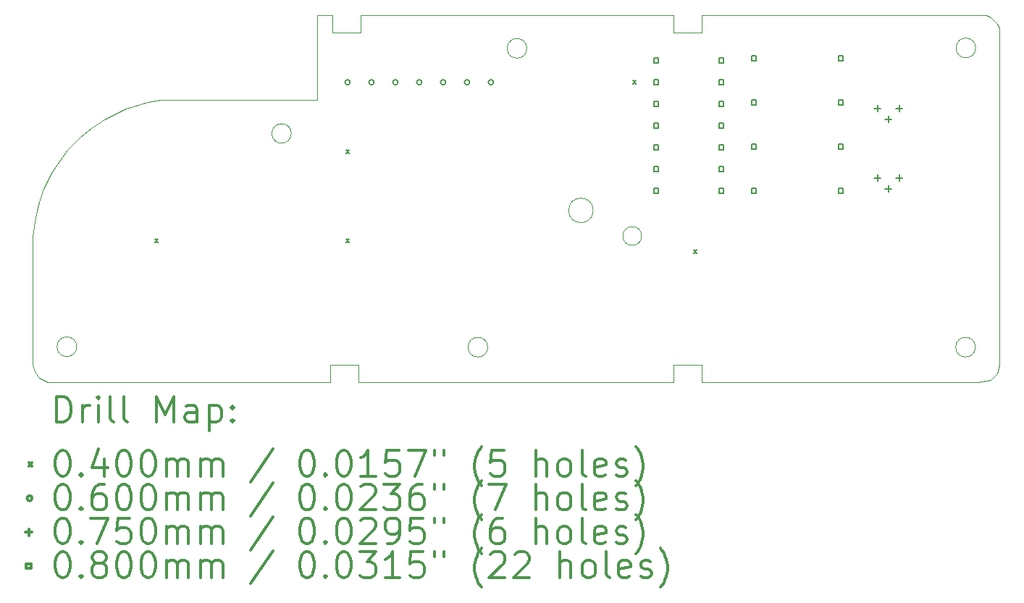
<source format=gbr>
%FSLAX45Y45*%
G04 Gerber Fmt 4.5, Leading zero omitted, Abs format (unit mm)*
G04 Created by KiCad (PCBNEW (5.1.10)-1) date 2021-06-16 14:50:18*
%MOMM*%
%LPD*%
G01*
G04 APERTURE LIST*
%TA.AperFunction,Profile*%
%ADD10C,0.100000*%
%TD*%
%ADD11C,0.200000*%
%ADD12C,0.300000*%
G04 APERTURE END LIST*
D10*
X12268200Y-11506200D02*
X12268200Y-11303000D01*
X16611600Y-11303000D02*
X16611600Y-11506200D01*
X16281400Y-11506200D02*
X16281400Y-11303000D01*
X12293600Y-7416800D02*
X12623800Y-7416800D01*
X16281400Y-7213600D02*
X16281400Y-7264400D01*
X16230600Y-7213600D02*
X16281400Y-7213600D01*
X16281400Y-7391400D02*
X16281400Y-7416800D01*
X16306800Y-7416800D02*
X16281400Y-7416800D01*
X16611600Y-7416800D02*
X16586200Y-7416800D01*
X16611600Y-7391400D02*
X16611600Y-7416800D01*
X16611600Y-7213600D02*
X16662400Y-7213600D01*
X16611600Y-7264400D02*
X16611600Y-7213600D01*
X12623800Y-7213600D02*
X12674600Y-7213600D01*
X12623800Y-7416800D02*
X12623800Y-7213600D01*
X12293600Y-7213600D02*
X12293600Y-7416800D01*
X12115800Y-7213600D02*
X12293600Y-7213600D01*
X12115800Y-7264400D02*
X12115800Y-7213600D01*
X9880600Y-8305800D02*
X10134600Y-8229600D01*
X9626600Y-8432800D02*
X9880600Y-8305800D01*
X10134600Y-8229600D02*
X10287000Y-8204200D01*
X9474200Y-8534400D02*
X9626600Y-8432800D01*
X9347200Y-8636000D02*
X9474200Y-8534400D01*
X9271000Y-8712200D02*
X9347200Y-8636000D01*
X9194800Y-8788400D02*
X9271000Y-8712200D01*
X9017000Y-9042400D02*
X9194800Y-8788400D01*
X8966200Y-9144000D02*
X9017000Y-9042400D01*
X8915400Y-9245600D02*
X8966200Y-9144000D01*
X8864600Y-9398000D02*
X8915400Y-9245600D01*
X8839200Y-9499600D02*
X8864600Y-9398000D01*
X8813800Y-9626600D02*
X8839200Y-9499600D01*
X8788400Y-9804400D02*
X8813800Y-9626600D01*
X8788400Y-10337800D02*
X8788400Y-9804400D01*
X12598400Y-11303000D02*
X12598400Y-11506200D01*
X16281400Y-11303000D02*
X16611600Y-11303000D01*
X16662400Y-7213600D02*
X19939000Y-7213600D01*
X16611600Y-7391400D02*
X16611600Y-7264400D01*
X16306800Y-7416800D02*
X16586200Y-7416800D01*
X16281400Y-7264400D02*
X16281400Y-7391400D01*
X12674600Y-7213600D02*
X16230600Y-7213600D01*
X12115800Y-8204200D02*
X12115800Y-7264400D01*
X8864600Y-11455400D02*
X8966200Y-11506200D01*
X8813800Y-11379200D02*
X8864600Y-11455400D01*
X8788400Y-11303000D02*
X8813800Y-11379200D01*
X20066000Y-7315200D02*
X20091400Y-7366000D01*
X19989800Y-7239000D02*
X20066000Y-7315200D01*
X19939000Y-7213600D02*
X19989800Y-7239000D01*
X20066000Y-11404600D02*
X20091400Y-11303000D01*
X19989800Y-11480800D02*
X20066000Y-11404600D01*
X19837400Y-11506200D02*
X19989800Y-11480800D01*
X16611600Y-11506200D02*
X19837400Y-11506200D01*
X12598400Y-11506200D02*
X16281400Y-11506200D01*
X12268200Y-11303000D02*
X12598400Y-11303000D01*
X8966200Y-11506200D02*
X12268200Y-11506200D01*
X14110000Y-11100000D02*
G75*
G03*
X14110000Y-11100000I-115000J0D01*
G01*
X19812000Y-11099800D02*
G75*
G03*
X19812000Y-11099800I-115000J0D01*
G01*
X19815000Y-7600000D02*
G75*
G03*
X19815000Y-7600000I-115000J0D01*
G01*
X9305000Y-11095000D02*
G75*
G03*
X9305000Y-11095000I-115000J0D01*
G01*
X15910000Y-9800000D02*
G75*
G03*
X15910000Y-9800000I-110000J0D01*
G01*
X15343684Y-9500000D02*
G75*
G03*
X15343684Y-9500000I-143684J0D01*
G01*
X14567600Y-7605000D02*
G75*
G03*
X14567600Y-7605000I-115000J0D01*
G01*
X11813592Y-8600000D02*
G75*
G03*
X11813592Y-8600000I-113592J0D01*
G01*
X10287000Y-8204200D02*
X12115800Y-8204200D01*
X8788400Y-11303000D02*
X8788400Y-10337800D01*
X20091400Y-7366000D02*
X20091400Y-11303000D01*
D11*
X10216200Y-9835200D02*
X10256200Y-9875200D01*
X10256200Y-9835200D02*
X10216200Y-9875200D01*
X12451400Y-8793800D02*
X12491400Y-8833800D01*
X12491400Y-8793800D02*
X12451400Y-8833800D01*
X12451400Y-9835200D02*
X12491400Y-9875200D01*
X12491400Y-9835200D02*
X12451400Y-9875200D01*
X15804200Y-7981000D02*
X15844200Y-8021000D01*
X15844200Y-7981000D02*
X15804200Y-8021000D01*
X16515400Y-9962200D02*
X16555400Y-10002200D01*
X16555400Y-9962200D02*
X16515400Y-10002200D01*
X12501400Y-8001000D02*
G75*
G03*
X12501400Y-8001000I-30000J0D01*
G01*
X12780800Y-8001000D02*
G75*
G03*
X12780800Y-8001000I-30000J0D01*
G01*
X13060200Y-8001000D02*
G75*
G03*
X13060200Y-8001000I-30000J0D01*
G01*
X13339600Y-8001000D02*
G75*
G03*
X13339600Y-8001000I-30000J0D01*
G01*
X13619000Y-8001000D02*
G75*
G03*
X13619000Y-8001000I-30000J0D01*
G01*
X13898400Y-8001000D02*
G75*
G03*
X13898400Y-8001000I-30000J0D01*
G01*
X14177800Y-8001000D02*
G75*
G03*
X14177800Y-8001000I-30000J0D01*
G01*
X18669000Y-8268300D02*
X18669000Y-8343300D01*
X18631500Y-8305800D02*
X18706500Y-8305800D01*
X18669000Y-9081100D02*
X18669000Y-9156100D01*
X18631500Y-9118600D02*
X18706500Y-9118600D01*
X18796000Y-8395300D02*
X18796000Y-8470300D01*
X18758500Y-8432800D02*
X18833500Y-8432800D01*
X18796000Y-9208100D02*
X18796000Y-9283100D01*
X18758500Y-9245600D02*
X18833500Y-9245600D01*
X18923000Y-8268300D02*
X18923000Y-8343300D01*
X18885500Y-8305800D02*
X18960500Y-8305800D01*
X18923000Y-9081100D02*
X18923000Y-9156100D01*
X18885500Y-9118600D02*
X18960500Y-9118600D01*
X16106484Y-7775284D02*
X16106484Y-7718715D01*
X16049915Y-7718715D01*
X16049915Y-7775284D01*
X16106484Y-7775284D01*
X16106484Y-8029284D02*
X16106484Y-7972715D01*
X16049915Y-7972715D01*
X16049915Y-8029284D01*
X16106484Y-8029284D01*
X16106484Y-8283284D02*
X16106484Y-8226715D01*
X16049915Y-8226715D01*
X16049915Y-8283284D01*
X16106484Y-8283284D01*
X16106484Y-8537285D02*
X16106484Y-8480716D01*
X16049915Y-8480716D01*
X16049915Y-8537285D01*
X16106484Y-8537285D01*
X16106484Y-8791285D02*
X16106484Y-8734716D01*
X16049915Y-8734716D01*
X16049915Y-8791285D01*
X16106484Y-8791285D01*
X16106484Y-9045285D02*
X16106484Y-8988716D01*
X16049915Y-8988716D01*
X16049915Y-9045285D01*
X16106484Y-9045285D01*
X16106484Y-9299285D02*
X16106484Y-9242716D01*
X16049915Y-9242716D01*
X16049915Y-9299285D01*
X16106484Y-9299285D01*
X16868485Y-7775284D02*
X16868485Y-7718715D01*
X16811916Y-7718715D01*
X16811916Y-7775284D01*
X16868485Y-7775284D01*
X16868485Y-8029284D02*
X16868485Y-7972715D01*
X16811916Y-7972715D01*
X16811916Y-8029284D01*
X16868485Y-8029284D01*
X16868485Y-8283284D02*
X16868485Y-8226715D01*
X16811916Y-8226715D01*
X16811916Y-8283284D01*
X16868485Y-8283284D01*
X16868485Y-8537285D02*
X16868485Y-8480716D01*
X16811916Y-8480716D01*
X16811916Y-8537285D01*
X16868485Y-8537285D01*
X16868485Y-8791285D02*
X16868485Y-8734716D01*
X16811916Y-8734716D01*
X16811916Y-8791285D01*
X16868485Y-8791285D01*
X16868485Y-9045285D02*
X16868485Y-8988716D01*
X16811916Y-8988716D01*
X16811916Y-9045285D01*
X16868485Y-9045285D01*
X16868485Y-9299285D02*
X16868485Y-9242716D01*
X16811916Y-9242716D01*
X16811916Y-9299285D01*
X16868485Y-9299285D01*
X17249485Y-7749884D02*
X17249485Y-7693315D01*
X17192916Y-7693315D01*
X17192916Y-7749884D01*
X17249485Y-7749884D01*
X17249485Y-8266351D02*
X17249485Y-8209782D01*
X17192916Y-8209782D01*
X17192916Y-8266351D01*
X17249485Y-8266351D01*
X17249485Y-8782818D02*
X17249485Y-8726249D01*
X17192916Y-8726249D01*
X17192916Y-8782818D01*
X17249485Y-8782818D01*
X17249485Y-9299285D02*
X17249485Y-9242716D01*
X17192916Y-9242716D01*
X17192916Y-9299285D01*
X17249485Y-9299285D01*
X18265485Y-7749884D02*
X18265485Y-7693315D01*
X18208916Y-7693315D01*
X18208916Y-7749884D01*
X18265485Y-7749884D01*
X18265485Y-8266351D02*
X18265485Y-8209782D01*
X18208916Y-8209782D01*
X18208916Y-8266351D01*
X18265485Y-8266351D01*
X18265485Y-8782818D02*
X18265485Y-8726249D01*
X18208916Y-8726249D01*
X18208916Y-8782818D01*
X18265485Y-8782818D01*
X18265485Y-9299285D02*
X18265485Y-9242716D01*
X18208916Y-9242716D01*
X18208916Y-9299285D01*
X18265485Y-9299285D01*
D12*
X9069828Y-11976914D02*
X9069828Y-11676914D01*
X9141257Y-11676914D01*
X9184114Y-11691200D01*
X9212686Y-11719771D01*
X9226971Y-11748343D01*
X9241257Y-11805486D01*
X9241257Y-11848343D01*
X9226971Y-11905486D01*
X9212686Y-11934057D01*
X9184114Y-11962629D01*
X9141257Y-11976914D01*
X9069828Y-11976914D01*
X9369828Y-11976914D02*
X9369828Y-11776914D01*
X9369828Y-11834057D02*
X9384114Y-11805486D01*
X9398400Y-11791200D01*
X9426971Y-11776914D01*
X9455543Y-11776914D01*
X9555543Y-11976914D02*
X9555543Y-11776914D01*
X9555543Y-11676914D02*
X9541257Y-11691200D01*
X9555543Y-11705486D01*
X9569828Y-11691200D01*
X9555543Y-11676914D01*
X9555543Y-11705486D01*
X9741257Y-11976914D02*
X9712686Y-11962629D01*
X9698400Y-11934057D01*
X9698400Y-11676914D01*
X9898400Y-11976914D02*
X9869828Y-11962629D01*
X9855543Y-11934057D01*
X9855543Y-11676914D01*
X10241257Y-11976914D02*
X10241257Y-11676914D01*
X10341257Y-11891200D01*
X10441257Y-11676914D01*
X10441257Y-11976914D01*
X10712686Y-11976914D02*
X10712686Y-11819771D01*
X10698400Y-11791200D01*
X10669828Y-11776914D01*
X10612686Y-11776914D01*
X10584114Y-11791200D01*
X10712686Y-11962629D02*
X10684114Y-11976914D01*
X10612686Y-11976914D01*
X10584114Y-11962629D01*
X10569828Y-11934057D01*
X10569828Y-11905486D01*
X10584114Y-11876914D01*
X10612686Y-11862629D01*
X10684114Y-11862629D01*
X10712686Y-11848343D01*
X10855543Y-11776914D02*
X10855543Y-12076914D01*
X10855543Y-11791200D02*
X10884114Y-11776914D01*
X10941257Y-11776914D01*
X10969828Y-11791200D01*
X10984114Y-11805486D01*
X10998400Y-11834057D01*
X10998400Y-11919771D01*
X10984114Y-11948343D01*
X10969828Y-11962629D01*
X10941257Y-11976914D01*
X10884114Y-11976914D01*
X10855543Y-11962629D01*
X11126971Y-11948343D02*
X11141257Y-11962629D01*
X11126971Y-11976914D01*
X11112686Y-11962629D01*
X11126971Y-11948343D01*
X11126971Y-11976914D01*
X11126971Y-11791200D02*
X11141257Y-11805486D01*
X11126971Y-11819771D01*
X11112686Y-11805486D01*
X11126971Y-11791200D01*
X11126971Y-11819771D01*
X8743400Y-12451200D02*
X8783400Y-12491200D01*
X8783400Y-12451200D02*
X8743400Y-12491200D01*
X9126971Y-12306914D02*
X9155543Y-12306914D01*
X9184114Y-12321200D01*
X9198400Y-12335486D01*
X9212686Y-12364057D01*
X9226971Y-12421200D01*
X9226971Y-12492629D01*
X9212686Y-12549771D01*
X9198400Y-12578343D01*
X9184114Y-12592629D01*
X9155543Y-12606914D01*
X9126971Y-12606914D01*
X9098400Y-12592629D01*
X9084114Y-12578343D01*
X9069828Y-12549771D01*
X9055543Y-12492629D01*
X9055543Y-12421200D01*
X9069828Y-12364057D01*
X9084114Y-12335486D01*
X9098400Y-12321200D01*
X9126971Y-12306914D01*
X9355543Y-12578343D02*
X9369828Y-12592629D01*
X9355543Y-12606914D01*
X9341257Y-12592629D01*
X9355543Y-12578343D01*
X9355543Y-12606914D01*
X9626971Y-12406914D02*
X9626971Y-12606914D01*
X9555543Y-12292629D02*
X9484114Y-12506914D01*
X9669828Y-12506914D01*
X9841257Y-12306914D02*
X9869828Y-12306914D01*
X9898400Y-12321200D01*
X9912686Y-12335486D01*
X9926971Y-12364057D01*
X9941257Y-12421200D01*
X9941257Y-12492629D01*
X9926971Y-12549771D01*
X9912686Y-12578343D01*
X9898400Y-12592629D01*
X9869828Y-12606914D01*
X9841257Y-12606914D01*
X9812686Y-12592629D01*
X9798400Y-12578343D01*
X9784114Y-12549771D01*
X9769828Y-12492629D01*
X9769828Y-12421200D01*
X9784114Y-12364057D01*
X9798400Y-12335486D01*
X9812686Y-12321200D01*
X9841257Y-12306914D01*
X10126971Y-12306914D02*
X10155543Y-12306914D01*
X10184114Y-12321200D01*
X10198400Y-12335486D01*
X10212686Y-12364057D01*
X10226971Y-12421200D01*
X10226971Y-12492629D01*
X10212686Y-12549771D01*
X10198400Y-12578343D01*
X10184114Y-12592629D01*
X10155543Y-12606914D01*
X10126971Y-12606914D01*
X10098400Y-12592629D01*
X10084114Y-12578343D01*
X10069828Y-12549771D01*
X10055543Y-12492629D01*
X10055543Y-12421200D01*
X10069828Y-12364057D01*
X10084114Y-12335486D01*
X10098400Y-12321200D01*
X10126971Y-12306914D01*
X10355543Y-12606914D02*
X10355543Y-12406914D01*
X10355543Y-12435486D02*
X10369828Y-12421200D01*
X10398400Y-12406914D01*
X10441257Y-12406914D01*
X10469828Y-12421200D01*
X10484114Y-12449771D01*
X10484114Y-12606914D01*
X10484114Y-12449771D02*
X10498400Y-12421200D01*
X10526971Y-12406914D01*
X10569828Y-12406914D01*
X10598400Y-12421200D01*
X10612686Y-12449771D01*
X10612686Y-12606914D01*
X10755543Y-12606914D02*
X10755543Y-12406914D01*
X10755543Y-12435486D02*
X10769828Y-12421200D01*
X10798400Y-12406914D01*
X10841257Y-12406914D01*
X10869828Y-12421200D01*
X10884114Y-12449771D01*
X10884114Y-12606914D01*
X10884114Y-12449771D02*
X10898400Y-12421200D01*
X10926971Y-12406914D01*
X10969828Y-12406914D01*
X10998400Y-12421200D01*
X11012686Y-12449771D01*
X11012686Y-12606914D01*
X11598400Y-12292629D02*
X11341257Y-12678343D01*
X11984114Y-12306914D02*
X12012686Y-12306914D01*
X12041257Y-12321200D01*
X12055543Y-12335486D01*
X12069828Y-12364057D01*
X12084114Y-12421200D01*
X12084114Y-12492629D01*
X12069828Y-12549771D01*
X12055543Y-12578343D01*
X12041257Y-12592629D01*
X12012686Y-12606914D01*
X11984114Y-12606914D01*
X11955543Y-12592629D01*
X11941257Y-12578343D01*
X11926971Y-12549771D01*
X11912686Y-12492629D01*
X11912686Y-12421200D01*
X11926971Y-12364057D01*
X11941257Y-12335486D01*
X11955543Y-12321200D01*
X11984114Y-12306914D01*
X12212686Y-12578343D02*
X12226971Y-12592629D01*
X12212686Y-12606914D01*
X12198400Y-12592629D01*
X12212686Y-12578343D01*
X12212686Y-12606914D01*
X12412686Y-12306914D02*
X12441257Y-12306914D01*
X12469828Y-12321200D01*
X12484114Y-12335486D01*
X12498400Y-12364057D01*
X12512686Y-12421200D01*
X12512686Y-12492629D01*
X12498400Y-12549771D01*
X12484114Y-12578343D01*
X12469828Y-12592629D01*
X12441257Y-12606914D01*
X12412686Y-12606914D01*
X12384114Y-12592629D01*
X12369828Y-12578343D01*
X12355543Y-12549771D01*
X12341257Y-12492629D01*
X12341257Y-12421200D01*
X12355543Y-12364057D01*
X12369828Y-12335486D01*
X12384114Y-12321200D01*
X12412686Y-12306914D01*
X12798400Y-12606914D02*
X12626971Y-12606914D01*
X12712686Y-12606914D02*
X12712686Y-12306914D01*
X12684114Y-12349771D01*
X12655543Y-12378343D01*
X12626971Y-12392629D01*
X13069828Y-12306914D02*
X12926971Y-12306914D01*
X12912686Y-12449771D01*
X12926971Y-12435486D01*
X12955543Y-12421200D01*
X13026971Y-12421200D01*
X13055543Y-12435486D01*
X13069828Y-12449771D01*
X13084114Y-12478343D01*
X13084114Y-12549771D01*
X13069828Y-12578343D01*
X13055543Y-12592629D01*
X13026971Y-12606914D01*
X12955543Y-12606914D01*
X12926971Y-12592629D01*
X12912686Y-12578343D01*
X13184114Y-12306914D02*
X13384114Y-12306914D01*
X13255543Y-12606914D01*
X13484114Y-12306914D02*
X13484114Y-12364057D01*
X13598400Y-12306914D02*
X13598400Y-12364057D01*
X14041257Y-12721200D02*
X14026971Y-12706914D01*
X13998400Y-12664057D01*
X13984114Y-12635486D01*
X13969828Y-12592629D01*
X13955543Y-12521200D01*
X13955543Y-12464057D01*
X13969828Y-12392629D01*
X13984114Y-12349771D01*
X13998400Y-12321200D01*
X14026971Y-12278343D01*
X14041257Y-12264057D01*
X14298400Y-12306914D02*
X14155543Y-12306914D01*
X14141257Y-12449771D01*
X14155543Y-12435486D01*
X14184114Y-12421200D01*
X14255543Y-12421200D01*
X14284114Y-12435486D01*
X14298400Y-12449771D01*
X14312686Y-12478343D01*
X14312686Y-12549771D01*
X14298400Y-12578343D01*
X14284114Y-12592629D01*
X14255543Y-12606914D01*
X14184114Y-12606914D01*
X14155543Y-12592629D01*
X14141257Y-12578343D01*
X14669828Y-12606914D02*
X14669828Y-12306914D01*
X14798400Y-12606914D02*
X14798400Y-12449771D01*
X14784114Y-12421200D01*
X14755543Y-12406914D01*
X14712686Y-12406914D01*
X14684114Y-12421200D01*
X14669828Y-12435486D01*
X14984114Y-12606914D02*
X14955543Y-12592629D01*
X14941257Y-12578343D01*
X14926971Y-12549771D01*
X14926971Y-12464057D01*
X14941257Y-12435486D01*
X14955543Y-12421200D01*
X14984114Y-12406914D01*
X15026971Y-12406914D01*
X15055543Y-12421200D01*
X15069828Y-12435486D01*
X15084114Y-12464057D01*
X15084114Y-12549771D01*
X15069828Y-12578343D01*
X15055543Y-12592629D01*
X15026971Y-12606914D01*
X14984114Y-12606914D01*
X15255543Y-12606914D02*
X15226971Y-12592629D01*
X15212686Y-12564057D01*
X15212686Y-12306914D01*
X15484114Y-12592629D02*
X15455543Y-12606914D01*
X15398400Y-12606914D01*
X15369828Y-12592629D01*
X15355543Y-12564057D01*
X15355543Y-12449771D01*
X15369828Y-12421200D01*
X15398400Y-12406914D01*
X15455543Y-12406914D01*
X15484114Y-12421200D01*
X15498400Y-12449771D01*
X15498400Y-12478343D01*
X15355543Y-12506914D01*
X15612686Y-12592629D02*
X15641257Y-12606914D01*
X15698400Y-12606914D01*
X15726971Y-12592629D01*
X15741257Y-12564057D01*
X15741257Y-12549771D01*
X15726971Y-12521200D01*
X15698400Y-12506914D01*
X15655543Y-12506914D01*
X15626971Y-12492629D01*
X15612686Y-12464057D01*
X15612686Y-12449771D01*
X15626971Y-12421200D01*
X15655543Y-12406914D01*
X15698400Y-12406914D01*
X15726971Y-12421200D01*
X15841257Y-12721200D02*
X15855543Y-12706914D01*
X15884114Y-12664057D01*
X15898400Y-12635486D01*
X15912686Y-12592629D01*
X15926971Y-12521200D01*
X15926971Y-12464057D01*
X15912686Y-12392629D01*
X15898400Y-12349771D01*
X15884114Y-12321200D01*
X15855543Y-12278343D01*
X15841257Y-12264057D01*
X8783400Y-12867200D02*
G75*
G03*
X8783400Y-12867200I-30000J0D01*
G01*
X9126971Y-12702914D02*
X9155543Y-12702914D01*
X9184114Y-12717200D01*
X9198400Y-12731486D01*
X9212686Y-12760057D01*
X9226971Y-12817200D01*
X9226971Y-12888629D01*
X9212686Y-12945771D01*
X9198400Y-12974343D01*
X9184114Y-12988629D01*
X9155543Y-13002914D01*
X9126971Y-13002914D01*
X9098400Y-12988629D01*
X9084114Y-12974343D01*
X9069828Y-12945771D01*
X9055543Y-12888629D01*
X9055543Y-12817200D01*
X9069828Y-12760057D01*
X9084114Y-12731486D01*
X9098400Y-12717200D01*
X9126971Y-12702914D01*
X9355543Y-12974343D02*
X9369828Y-12988629D01*
X9355543Y-13002914D01*
X9341257Y-12988629D01*
X9355543Y-12974343D01*
X9355543Y-13002914D01*
X9626971Y-12702914D02*
X9569828Y-12702914D01*
X9541257Y-12717200D01*
X9526971Y-12731486D01*
X9498400Y-12774343D01*
X9484114Y-12831486D01*
X9484114Y-12945771D01*
X9498400Y-12974343D01*
X9512686Y-12988629D01*
X9541257Y-13002914D01*
X9598400Y-13002914D01*
X9626971Y-12988629D01*
X9641257Y-12974343D01*
X9655543Y-12945771D01*
X9655543Y-12874343D01*
X9641257Y-12845771D01*
X9626971Y-12831486D01*
X9598400Y-12817200D01*
X9541257Y-12817200D01*
X9512686Y-12831486D01*
X9498400Y-12845771D01*
X9484114Y-12874343D01*
X9841257Y-12702914D02*
X9869828Y-12702914D01*
X9898400Y-12717200D01*
X9912686Y-12731486D01*
X9926971Y-12760057D01*
X9941257Y-12817200D01*
X9941257Y-12888629D01*
X9926971Y-12945771D01*
X9912686Y-12974343D01*
X9898400Y-12988629D01*
X9869828Y-13002914D01*
X9841257Y-13002914D01*
X9812686Y-12988629D01*
X9798400Y-12974343D01*
X9784114Y-12945771D01*
X9769828Y-12888629D01*
X9769828Y-12817200D01*
X9784114Y-12760057D01*
X9798400Y-12731486D01*
X9812686Y-12717200D01*
X9841257Y-12702914D01*
X10126971Y-12702914D02*
X10155543Y-12702914D01*
X10184114Y-12717200D01*
X10198400Y-12731486D01*
X10212686Y-12760057D01*
X10226971Y-12817200D01*
X10226971Y-12888629D01*
X10212686Y-12945771D01*
X10198400Y-12974343D01*
X10184114Y-12988629D01*
X10155543Y-13002914D01*
X10126971Y-13002914D01*
X10098400Y-12988629D01*
X10084114Y-12974343D01*
X10069828Y-12945771D01*
X10055543Y-12888629D01*
X10055543Y-12817200D01*
X10069828Y-12760057D01*
X10084114Y-12731486D01*
X10098400Y-12717200D01*
X10126971Y-12702914D01*
X10355543Y-13002914D02*
X10355543Y-12802914D01*
X10355543Y-12831486D02*
X10369828Y-12817200D01*
X10398400Y-12802914D01*
X10441257Y-12802914D01*
X10469828Y-12817200D01*
X10484114Y-12845771D01*
X10484114Y-13002914D01*
X10484114Y-12845771D02*
X10498400Y-12817200D01*
X10526971Y-12802914D01*
X10569828Y-12802914D01*
X10598400Y-12817200D01*
X10612686Y-12845771D01*
X10612686Y-13002914D01*
X10755543Y-13002914D02*
X10755543Y-12802914D01*
X10755543Y-12831486D02*
X10769828Y-12817200D01*
X10798400Y-12802914D01*
X10841257Y-12802914D01*
X10869828Y-12817200D01*
X10884114Y-12845771D01*
X10884114Y-13002914D01*
X10884114Y-12845771D02*
X10898400Y-12817200D01*
X10926971Y-12802914D01*
X10969828Y-12802914D01*
X10998400Y-12817200D01*
X11012686Y-12845771D01*
X11012686Y-13002914D01*
X11598400Y-12688629D02*
X11341257Y-13074343D01*
X11984114Y-12702914D02*
X12012686Y-12702914D01*
X12041257Y-12717200D01*
X12055543Y-12731486D01*
X12069828Y-12760057D01*
X12084114Y-12817200D01*
X12084114Y-12888629D01*
X12069828Y-12945771D01*
X12055543Y-12974343D01*
X12041257Y-12988629D01*
X12012686Y-13002914D01*
X11984114Y-13002914D01*
X11955543Y-12988629D01*
X11941257Y-12974343D01*
X11926971Y-12945771D01*
X11912686Y-12888629D01*
X11912686Y-12817200D01*
X11926971Y-12760057D01*
X11941257Y-12731486D01*
X11955543Y-12717200D01*
X11984114Y-12702914D01*
X12212686Y-12974343D02*
X12226971Y-12988629D01*
X12212686Y-13002914D01*
X12198400Y-12988629D01*
X12212686Y-12974343D01*
X12212686Y-13002914D01*
X12412686Y-12702914D02*
X12441257Y-12702914D01*
X12469828Y-12717200D01*
X12484114Y-12731486D01*
X12498400Y-12760057D01*
X12512686Y-12817200D01*
X12512686Y-12888629D01*
X12498400Y-12945771D01*
X12484114Y-12974343D01*
X12469828Y-12988629D01*
X12441257Y-13002914D01*
X12412686Y-13002914D01*
X12384114Y-12988629D01*
X12369828Y-12974343D01*
X12355543Y-12945771D01*
X12341257Y-12888629D01*
X12341257Y-12817200D01*
X12355543Y-12760057D01*
X12369828Y-12731486D01*
X12384114Y-12717200D01*
X12412686Y-12702914D01*
X12626971Y-12731486D02*
X12641257Y-12717200D01*
X12669828Y-12702914D01*
X12741257Y-12702914D01*
X12769828Y-12717200D01*
X12784114Y-12731486D01*
X12798400Y-12760057D01*
X12798400Y-12788629D01*
X12784114Y-12831486D01*
X12612686Y-13002914D01*
X12798400Y-13002914D01*
X12898400Y-12702914D02*
X13084114Y-12702914D01*
X12984114Y-12817200D01*
X13026971Y-12817200D01*
X13055543Y-12831486D01*
X13069828Y-12845771D01*
X13084114Y-12874343D01*
X13084114Y-12945771D01*
X13069828Y-12974343D01*
X13055543Y-12988629D01*
X13026971Y-13002914D01*
X12941257Y-13002914D01*
X12912686Y-12988629D01*
X12898400Y-12974343D01*
X13341257Y-12702914D02*
X13284114Y-12702914D01*
X13255543Y-12717200D01*
X13241257Y-12731486D01*
X13212686Y-12774343D01*
X13198400Y-12831486D01*
X13198400Y-12945771D01*
X13212686Y-12974343D01*
X13226971Y-12988629D01*
X13255543Y-13002914D01*
X13312686Y-13002914D01*
X13341257Y-12988629D01*
X13355543Y-12974343D01*
X13369828Y-12945771D01*
X13369828Y-12874343D01*
X13355543Y-12845771D01*
X13341257Y-12831486D01*
X13312686Y-12817200D01*
X13255543Y-12817200D01*
X13226971Y-12831486D01*
X13212686Y-12845771D01*
X13198400Y-12874343D01*
X13484114Y-12702914D02*
X13484114Y-12760057D01*
X13598400Y-12702914D02*
X13598400Y-12760057D01*
X14041257Y-13117200D02*
X14026971Y-13102914D01*
X13998400Y-13060057D01*
X13984114Y-13031486D01*
X13969828Y-12988629D01*
X13955543Y-12917200D01*
X13955543Y-12860057D01*
X13969828Y-12788629D01*
X13984114Y-12745771D01*
X13998400Y-12717200D01*
X14026971Y-12674343D01*
X14041257Y-12660057D01*
X14126971Y-12702914D02*
X14326971Y-12702914D01*
X14198400Y-13002914D01*
X14669828Y-13002914D02*
X14669828Y-12702914D01*
X14798400Y-13002914D02*
X14798400Y-12845771D01*
X14784114Y-12817200D01*
X14755543Y-12802914D01*
X14712686Y-12802914D01*
X14684114Y-12817200D01*
X14669828Y-12831486D01*
X14984114Y-13002914D02*
X14955543Y-12988629D01*
X14941257Y-12974343D01*
X14926971Y-12945771D01*
X14926971Y-12860057D01*
X14941257Y-12831486D01*
X14955543Y-12817200D01*
X14984114Y-12802914D01*
X15026971Y-12802914D01*
X15055543Y-12817200D01*
X15069828Y-12831486D01*
X15084114Y-12860057D01*
X15084114Y-12945771D01*
X15069828Y-12974343D01*
X15055543Y-12988629D01*
X15026971Y-13002914D01*
X14984114Y-13002914D01*
X15255543Y-13002914D02*
X15226971Y-12988629D01*
X15212686Y-12960057D01*
X15212686Y-12702914D01*
X15484114Y-12988629D02*
X15455543Y-13002914D01*
X15398400Y-13002914D01*
X15369828Y-12988629D01*
X15355543Y-12960057D01*
X15355543Y-12845771D01*
X15369828Y-12817200D01*
X15398400Y-12802914D01*
X15455543Y-12802914D01*
X15484114Y-12817200D01*
X15498400Y-12845771D01*
X15498400Y-12874343D01*
X15355543Y-12902914D01*
X15612686Y-12988629D02*
X15641257Y-13002914D01*
X15698400Y-13002914D01*
X15726971Y-12988629D01*
X15741257Y-12960057D01*
X15741257Y-12945771D01*
X15726971Y-12917200D01*
X15698400Y-12902914D01*
X15655543Y-12902914D01*
X15626971Y-12888629D01*
X15612686Y-12860057D01*
X15612686Y-12845771D01*
X15626971Y-12817200D01*
X15655543Y-12802914D01*
X15698400Y-12802914D01*
X15726971Y-12817200D01*
X15841257Y-13117200D02*
X15855543Y-13102914D01*
X15884114Y-13060057D01*
X15898400Y-13031486D01*
X15912686Y-12988629D01*
X15926971Y-12917200D01*
X15926971Y-12860057D01*
X15912686Y-12788629D01*
X15898400Y-12745771D01*
X15884114Y-12717200D01*
X15855543Y-12674343D01*
X15841257Y-12660057D01*
X8745900Y-13225700D02*
X8745900Y-13300700D01*
X8708400Y-13263200D02*
X8783400Y-13263200D01*
X9126971Y-13098914D02*
X9155543Y-13098914D01*
X9184114Y-13113200D01*
X9198400Y-13127486D01*
X9212686Y-13156057D01*
X9226971Y-13213200D01*
X9226971Y-13284629D01*
X9212686Y-13341771D01*
X9198400Y-13370343D01*
X9184114Y-13384629D01*
X9155543Y-13398914D01*
X9126971Y-13398914D01*
X9098400Y-13384629D01*
X9084114Y-13370343D01*
X9069828Y-13341771D01*
X9055543Y-13284629D01*
X9055543Y-13213200D01*
X9069828Y-13156057D01*
X9084114Y-13127486D01*
X9098400Y-13113200D01*
X9126971Y-13098914D01*
X9355543Y-13370343D02*
X9369828Y-13384629D01*
X9355543Y-13398914D01*
X9341257Y-13384629D01*
X9355543Y-13370343D01*
X9355543Y-13398914D01*
X9469828Y-13098914D02*
X9669828Y-13098914D01*
X9541257Y-13398914D01*
X9926971Y-13098914D02*
X9784114Y-13098914D01*
X9769828Y-13241771D01*
X9784114Y-13227486D01*
X9812686Y-13213200D01*
X9884114Y-13213200D01*
X9912686Y-13227486D01*
X9926971Y-13241771D01*
X9941257Y-13270343D01*
X9941257Y-13341771D01*
X9926971Y-13370343D01*
X9912686Y-13384629D01*
X9884114Y-13398914D01*
X9812686Y-13398914D01*
X9784114Y-13384629D01*
X9769828Y-13370343D01*
X10126971Y-13098914D02*
X10155543Y-13098914D01*
X10184114Y-13113200D01*
X10198400Y-13127486D01*
X10212686Y-13156057D01*
X10226971Y-13213200D01*
X10226971Y-13284629D01*
X10212686Y-13341771D01*
X10198400Y-13370343D01*
X10184114Y-13384629D01*
X10155543Y-13398914D01*
X10126971Y-13398914D01*
X10098400Y-13384629D01*
X10084114Y-13370343D01*
X10069828Y-13341771D01*
X10055543Y-13284629D01*
X10055543Y-13213200D01*
X10069828Y-13156057D01*
X10084114Y-13127486D01*
X10098400Y-13113200D01*
X10126971Y-13098914D01*
X10355543Y-13398914D02*
X10355543Y-13198914D01*
X10355543Y-13227486D02*
X10369828Y-13213200D01*
X10398400Y-13198914D01*
X10441257Y-13198914D01*
X10469828Y-13213200D01*
X10484114Y-13241771D01*
X10484114Y-13398914D01*
X10484114Y-13241771D02*
X10498400Y-13213200D01*
X10526971Y-13198914D01*
X10569828Y-13198914D01*
X10598400Y-13213200D01*
X10612686Y-13241771D01*
X10612686Y-13398914D01*
X10755543Y-13398914D02*
X10755543Y-13198914D01*
X10755543Y-13227486D02*
X10769828Y-13213200D01*
X10798400Y-13198914D01*
X10841257Y-13198914D01*
X10869828Y-13213200D01*
X10884114Y-13241771D01*
X10884114Y-13398914D01*
X10884114Y-13241771D02*
X10898400Y-13213200D01*
X10926971Y-13198914D01*
X10969828Y-13198914D01*
X10998400Y-13213200D01*
X11012686Y-13241771D01*
X11012686Y-13398914D01*
X11598400Y-13084629D02*
X11341257Y-13470343D01*
X11984114Y-13098914D02*
X12012686Y-13098914D01*
X12041257Y-13113200D01*
X12055543Y-13127486D01*
X12069828Y-13156057D01*
X12084114Y-13213200D01*
X12084114Y-13284629D01*
X12069828Y-13341771D01*
X12055543Y-13370343D01*
X12041257Y-13384629D01*
X12012686Y-13398914D01*
X11984114Y-13398914D01*
X11955543Y-13384629D01*
X11941257Y-13370343D01*
X11926971Y-13341771D01*
X11912686Y-13284629D01*
X11912686Y-13213200D01*
X11926971Y-13156057D01*
X11941257Y-13127486D01*
X11955543Y-13113200D01*
X11984114Y-13098914D01*
X12212686Y-13370343D02*
X12226971Y-13384629D01*
X12212686Y-13398914D01*
X12198400Y-13384629D01*
X12212686Y-13370343D01*
X12212686Y-13398914D01*
X12412686Y-13098914D02*
X12441257Y-13098914D01*
X12469828Y-13113200D01*
X12484114Y-13127486D01*
X12498400Y-13156057D01*
X12512686Y-13213200D01*
X12512686Y-13284629D01*
X12498400Y-13341771D01*
X12484114Y-13370343D01*
X12469828Y-13384629D01*
X12441257Y-13398914D01*
X12412686Y-13398914D01*
X12384114Y-13384629D01*
X12369828Y-13370343D01*
X12355543Y-13341771D01*
X12341257Y-13284629D01*
X12341257Y-13213200D01*
X12355543Y-13156057D01*
X12369828Y-13127486D01*
X12384114Y-13113200D01*
X12412686Y-13098914D01*
X12626971Y-13127486D02*
X12641257Y-13113200D01*
X12669828Y-13098914D01*
X12741257Y-13098914D01*
X12769828Y-13113200D01*
X12784114Y-13127486D01*
X12798400Y-13156057D01*
X12798400Y-13184629D01*
X12784114Y-13227486D01*
X12612686Y-13398914D01*
X12798400Y-13398914D01*
X12941257Y-13398914D02*
X12998400Y-13398914D01*
X13026971Y-13384629D01*
X13041257Y-13370343D01*
X13069828Y-13327486D01*
X13084114Y-13270343D01*
X13084114Y-13156057D01*
X13069828Y-13127486D01*
X13055543Y-13113200D01*
X13026971Y-13098914D01*
X12969828Y-13098914D01*
X12941257Y-13113200D01*
X12926971Y-13127486D01*
X12912686Y-13156057D01*
X12912686Y-13227486D01*
X12926971Y-13256057D01*
X12941257Y-13270343D01*
X12969828Y-13284629D01*
X13026971Y-13284629D01*
X13055543Y-13270343D01*
X13069828Y-13256057D01*
X13084114Y-13227486D01*
X13355543Y-13098914D02*
X13212686Y-13098914D01*
X13198400Y-13241771D01*
X13212686Y-13227486D01*
X13241257Y-13213200D01*
X13312686Y-13213200D01*
X13341257Y-13227486D01*
X13355543Y-13241771D01*
X13369828Y-13270343D01*
X13369828Y-13341771D01*
X13355543Y-13370343D01*
X13341257Y-13384629D01*
X13312686Y-13398914D01*
X13241257Y-13398914D01*
X13212686Y-13384629D01*
X13198400Y-13370343D01*
X13484114Y-13098914D02*
X13484114Y-13156057D01*
X13598400Y-13098914D02*
X13598400Y-13156057D01*
X14041257Y-13513200D02*
X14026971Y-13498914D01*
X13998400Y-13456057D01*
X13984114Y-13427486D01*
X13969828Y-13384629D01*
X13955543Y-13313200D01*
X13955543Y-13256057D01*
X13969828Y-13184629D01*
X13984114Y-13141771D01*
X13998400Y-13113200D01*
X14026971Y-13070343D01*
X14041257Y-13056057D01*
X14284114Y-13098914D02*
X14226971Y-13098914D01*
X14198400Y-13113200D01*
X14184114Y-13127486D01*
X14155543Y-13170343D01*
X14141257Y-13227486D01*
X14141257Y-13341771D01*
X14155543Y-13370343D01*
X14169828Y-13384629D01*
X14198400Y-13398914D01*
X14255543Y-13398914D01*
X14284114Y-13384629D01*
X14298400Y-13370343D01*
X14312686Y-13341771D01*
X14312686Y-13270343D01*
X14298400Y-13241771D01*
X14284114Y-13227486D01*
X14255543Y-13213200D01*
X14198400Y-13213200D01*
X14169828Y-13227486D01*
X14155543Y-13241771D01*
X14141257Y-13270343D01*
X14669828Y-13398914D02*
X14669828Y-13098914D01*
X14798400Y-13398914D02*
X14798400Y-13241771D01*
X14784114Y-13213200D01*
X14755543Y-13198914D01*
X14712686Y-13198914D01*
X14684114Y-13213200D01*
X14669828Y-13227486D01*
X14984114Y-13398914D02*
X14955543Y-13384629D01*
X14941257Y-13370343D01*
X14926971Y-13341771D01*
X14926971Y-13256057D01*
X14941257Y-13227486D01*
X14955543Y-13213200D01*
X14984114Y-13198914D01*
X15026971Y-13198914D01*
X15055543Y-13213200D01*
X15069828Y-13227486D01*
X15084114Y-13256057D01*
X15084114Y-13341771D01*
X15069828Y-13370343D01*
X15055543Y-13384629D01*
X15026971Y-13398914D01*
X14984114Y-13398914D01*
X15255543Y-13398914D02*
X15226971Y-13384629D01*
X15212686Y-13356057D01*
X15212686Y-13098914D01*
X15484114Y-13384629D02*
X15455543Y-13398914D01*
X15398400Y-13398914D01*
X15369828Y-13384629D01*
X15355543Y-13356057D01*
X15355543Y-13241771D01*
X15369828Y-13213200D01*
X15398400Y-13198914D01*
X15455543Y-13198914D01*
X15484114Y-13213200D01*
X15498400Y-13241771D01*
X15498400Y-13270343D01*
X15355543Y-13298914D01*
X15612686Y-13384629D02*
X15641257Y-13398914D01*
X15698400Y-13398914D01*
X15726971Y-13384629D01*
X15741257Y-13356057D01*
X15741257Y-13341771D01*
X15726971Y-13313200D01*
X15698400Y-13298914D01*
X15655543Y-13298914D01*
X15626971Y-13284629D01*
X15612686Y-13256057D01*
X15612686Y-13241771D01*
X15626971Y-13213200D01*
X15655543Y-13198914D01*
X15698400Y-13198914D01*
X15726971Y-13213200D01*
X15841257Y-13513200D02*
X15855543Y-13498914D01*
X15884114Y-13456057D01*
X15898400Y-13427486D01*
X15912686Y-13384629D01*
X15926971Y-13313200D01*
X15926971Y-13256057D01*
X15912686Y-13184629D01*
X15898400Y-13141771D01*
X15884114Y-13113200D01*
X15855543Y-13070343D01*
X15841257Y-13056057D01*
X8771684Y-13687485D02*
X8771684Y-13630916D01*
X8715115Y-13630916D01*
X8715115Y-13687485D01*
X8771684Y-13687485D01*
X9126971Y-13494914D02*
X9155543Y-13494914D01*
X9184114Y-13509200D01*
X9198400Y-13523486D01*
X9212686Y-13552057D01*
X9226971Y-13609200D01*
X9226971Y-13680629D01*
X9212686Y-13737771D01*
X9198400Y-13766343D01*
X9184114Y-13780629D01*
X9155543Y-13794914D01*
X9126971Y-13794914D01*
X9098400Y-13780629D01*
X9084114Y-13766343D01*
X9069828Y-13737771D01*
X9055543Y-13680629D01*
X9055543Y-13609200D01*
X9069828Y-13552057D01*
X9084114Y-13523486D01*
X9098400Y-13509200D01*
X9126971Y-13494914D01*
X9355543Y-13766343D02*
X9369828Y-13780629D01*
X9355543Y-13794914D01*
X9341257Y-13780629D01*
X9355543Y-13766343D01*
X9355543Y-13794914D01*
X9541257Y-13623486D02*
X9512686Y-13609200D01*
X9498400Y-13594914D01*
X9484114Y-13566343D01*
X9484114Y-13552057D01*
X9498400Y-13523486D01*
X9512686Y-13509200D01*
X9541257Y-13494914D01*
X9598400Y-13494914D01*
X9626971Y-13509200D01*
X9641257Y-13523486D01*
X9655543Y-13552057D01*
X9655543Y-13566343D01*
X9641257Y-13594914D01*
X9626971Y-13609200D01*
X9598400Y-13623486D01*
X9541257Y-13623486D01*
X9512686Y-13637771D01*
X9498400Y-13652057D01*
X9484114Y-13680629D01*
X9484114Y-13737771D01*
X9498400Y-13766343D01*
X9512686Y-13780629D01*
X9541257Y-13794914D01*
X9598400Y-13794914D01*
X9626971Y-13780629D01*
X9641257Y-13766343D01*
X9655543Y-13737771D01*
X9655543Y-13680629D01*
X9641257Y-13652057D01*
X9626971Y-13637771D01*
X9598400Y-13623486D01*
X9841257Y-13494914D02*
X9869828Y-13494914D01*
X9898400Y-13509200D01*
X9912686Y-13523486D01*
X9926971Y-13552057D01*
X9941257Y-13609200D01*
X9941257Y-13680629D01*
X9926971Y-13737771D01*
X9912686Y-13766343D01*
X9898400Y-13780629D01*
X9869828Y-13794914D01*
X9841257Y-13794914D01*
X9812686Y-13780629D01*
X9798400Y-13766343D01*
X9784114Y-13737771D01*
X9769828Y-13680629D01*
X9769828Y-13609200D01*
X9784114Y-13552057D01*
X9798400Y-13523486D01*
X9812686Y-13509200D01*
X9841257Y-13494914D01*
X10126971Y-13494914D02*
X10155543Y-13494914D01*
X10184114Y-13509200D01*
X10198400Y-13523486D01*
X10212686Y-13552057D01*
X10226971Y-13609200D01*
X10226971Y-13680629D01*
X10212686Y-13737771D01*
X10198400Y-13766343D01*
X10184114Y-13780629D01*
X10155543Y-13794914D01*
X10126971Y-13794914D01*
X10098400Y-13780629D01*
X10084114Y-13766343D01*
X10069828Y-13737771D01*
X10055543Y-13680629D01*
X10055543Y-13609200D01*
X10069828Y-13552057D01*
X10084114Y-13523486D01*
X10098400Y-13509200D01*
X10126971Y-13494914D01*
X10355543Y-13794914D02*
X10355543Y-13594914D01*
X10355543Y-13623486D02*
X10369828Y-13609200D01*
X10398400Y-13594914D01*
X10441257Y-13594914D01*
X10469828Y-13609200D01*
X10484114Y-13637771D01*
X10484114Y-13794914D01*
X10484114Y-13637771D02*
X10498400Y-13609200D01*
X10526971Y-13594914D01*
X10569828Y-13594914D01*
X10598400Y-13609200D01*
X10612686Y-13637771D01*
X10612686Y-13794914D01*
X10755543Y-13794914D02*
X10755543Y-13594914D01*
X10755543Y-13623486D02*
X10769828Y-13609200D01*
X10798400Y-13594914D01*
X10841257Y-13594914D01*
X10869828Y-13609200D01*
X10884114Y-13637771D01*
X10884114Y-13794914D01*
X10884114Y-13637771D02*
X10898400Y-13609200D01*
X10926971Y-13594914D01*
X10969828Y-13594914D01*
X10998400Y-13609200D01*
X11012686Y-13637771D01*
X11012686Y-13794914D01*
X11598400Y-13480629D02*
X11341257Y-13866343D01*
X11984114Y-13494914D02*
X12012686Y-13494914D01*
X12041257Y-13509200D01*
X12055543Y-13523486D01*
X12069828Y-13552057D01*
X12084114Y-13609200D01*
X12084114Y-13680629D01*
X12069828Y-13737771D01*
X12055543Y-13766343D01*
X12041257Y-13780629D01*
X12012686Y-13794914D01*
X11984114Y-13794914D01*
X11955543Y-13780629D01*
X11941257Y-13766343D01*
X11926971Y-13737771D01*
X11912686Y-13680629D01*
X11912686Y-13609200D01*
X11926971Y-13552057D01*
X11941257Y-13523486D01*
X11955543Y-13509200D01*
X11984114Y-13494914D01*
X12212686Y-13766343D02*
X12226971Y-13780629D01*
X12212686Y-13794914D01*
X12198400Y-13780629D01*
X12212686Y-13766343D01*
X12212686Y-13794914D01*
X12412686Y-13494914D02*
X12441257Y-13494914D01*
X12469828Y-13509200D01*
X12484114Y-13523486D01*
X12498400Y-13552057D01*
X12512686Y-13609200D01*
X12512686Y-13680629D01*
X12498400Y-13737771D01*
X12484114Y-13766343D01*
X12469828Y-13780629D01*
X12441257Y-13794914D01*
X12412686Y-13794914D01*
X12384114Y-13780629D01*
X12369828Y-13766343D01*
X12355543Y-13737771D01*
X12341257Y-13680629D01*
X12341257Y-13609200D01*
X12355543Y-13552057D01*
X12369828Y-13523486D01*
X12384114Y-13509200D01*
X12412686Y-13494914D01*
X12612686Y-13494914D02*
X12798400Y-13494914D01*
X12698400Y-13609200D01*
X12741257Y-13609200D01*
X12769828Y-13623486D01*
X12784114Y-13637771D01*
X12798400Y-13666343D01*
X12798400Y-13737771D01*
X12784114Y-13766343D01*
X12769828Y-13780629D01*
X12741257Y-13794914D01*
X12655543Y-13794914D01*
X12626971Y-13780629D01*
X12612686Y-13766343D01*
X13084114Y-13794914D02*
X12912686Y-13794914D01*
X12998400Y-13794914D02*
X12998400Y-13494914D01*
X12969828Y-13537771D01*
X12941257Y-13566343D01*
X12912686Y-13580629D01*
X13355543Y-13494914D02*
X13212686Y-13494914D01*
X13198400Y-13637771D01*
X13212686Y-13623486D01*
X13241257Y-13609200D01*
X13312686Y-13609200D01*
X13341257Y-13623486D01*
X13355543Y-13637771D01*
X13369828Y-13666343D01*
X13369828Y-13737771D01*
X13355543Y-13766343D01*
X13341257Y-13780629D01*
X13312686Y-13794914D01*
X13241257Y-13794914D01*
X13212686Y-13780629D01*
X13198400Y-13766343D01*
X13484114Y-13494914D02*
X13484114Y-13552057D01*
X13598400Y-13494914D02*
X13598400Y-13552057D01*
X14041257Y-13909200D02*
X14026971Y-13894914D01*
X13998400Y-13852057D01*
X13984114Y-13823486D01*
X13969828Y-13780629D01*
X13955543Y-13709200D01*
X13955543Y-13652057D01*
X13969828Y-13580629D01*
X13984114Y-13537771D01*
X13998400Y-13509200D01*
X14026971Y-13466343D01*
X14041257Y-13452057D01*
X14141257Y-13523486D02*
X14155543Y-13509200D01*
X14184114Y-13494914D01*
X14255543Y-13494914D01*
X14284114Y-13509200D01*
X14298400Y-13523486D01*
X14312686Y-13552057D01*
X14312686Y-13580629D01*
X14298400Y-13623486D01*
X14126971Y-13794914D01*
X14312686Y-13794914D01*
X14426971Y-13523486D02*
X14441257Y-13509200D01*
X14469828Y-13494914D01*
X14541257Y-13494914D01*
X14569828Y-13509200D01*
X14584114Y-13523486D01*
X14598400Y-13552057D01*
X14598400Y-13580629D01*
X14584114Y-13623486D01*
X14412686Y-13794914D01*
X14598400Y-13794914D01*
X14955543Y-13794914D02*
X14955543Y-13494914D01*
X15084114Y-13794914D02*
X15084114Y-13637771D01*
X15069828Y-13609200D01*
X15041257Y-13594914D01*
X14998400Y-13594914D01*
X14969828Y-13609200D01*
X14955543Y-13623486D01*
X15269828Y-13794914D02*
X15241257Y-13780629D01*
X15226971Y-13766343D01*
X15212686Y-13737771D01*
X15212686Y-13652057D01*
X15226971Y-13623486D01*
X15241257Y-13609200D01*
X15269828Y-13594914D01*
X15312686Y-13594914D01*
X15341257Y-13609200D01*
X15355543Y-13623486D01*
X15369828Y-13652057D01*
X15369828Y-13737771D01*
X15355543Y-13766343D01*
X15341257Y-13780629D01*
X15312686Y-13794914D01*
X15269828Y-13794914D01*
X15541257Y-13794914D02*
X15512686Y-13780629D01*
X15498400Y-13752057D01*
X15498400Y-13494914D01*
X15769828Y-13780629D02*
X15741257Y-13794914D01*
X15684114Y-13794914D01*
X15655543Y-13780629D01*
X15641257Y-13752057D01*
X15641257Y-13637771D01*
X15655543Y-13609200D01*
X15684114Y-13594914D01*
X15741257Y-13594914D01*
X15769828Y-13609200D01*
X15784114Y-13637771D01*
X15784114Y-13666343D01*
X15641257Y-13694914D01*
X15898400Y-13780629D02*
X15926971Y-13794914D01*
X15984114Y-13794914D01*
X16012686Y-13780629D01*
X16026971Y-13752057D01*
X16026971Y-13737771D01*
X16012686Y-13709200D01*
X15984114Y-13694914D01*
X15941257Y-13694914D01*
X15912686Y-13680629D01*
X15898400Y-13652057D01*
X15898400Y-13637771D01*
X15912686Y-13609200D01*
X15941257Y-13594914D01*
X15984114Y-13594914D01*
X16012686Y-13609200D01*
X16126971Y-13909200D02*
X16141257Y-13894914D01*
X16169828Y-13852057D01*
X16184114Y-13823486D01*
X16198400Y-13780629D01*
X16212686Y-13709200D01*
X16212686Y-13652057D01*
X16198400Y-13580629D01*
X16184114Y-13537771D01*
X16169828Y-13509200D01*
X16141257Y-13466343D01*
X16126971Y-13452057D01*
M02*

</source>
